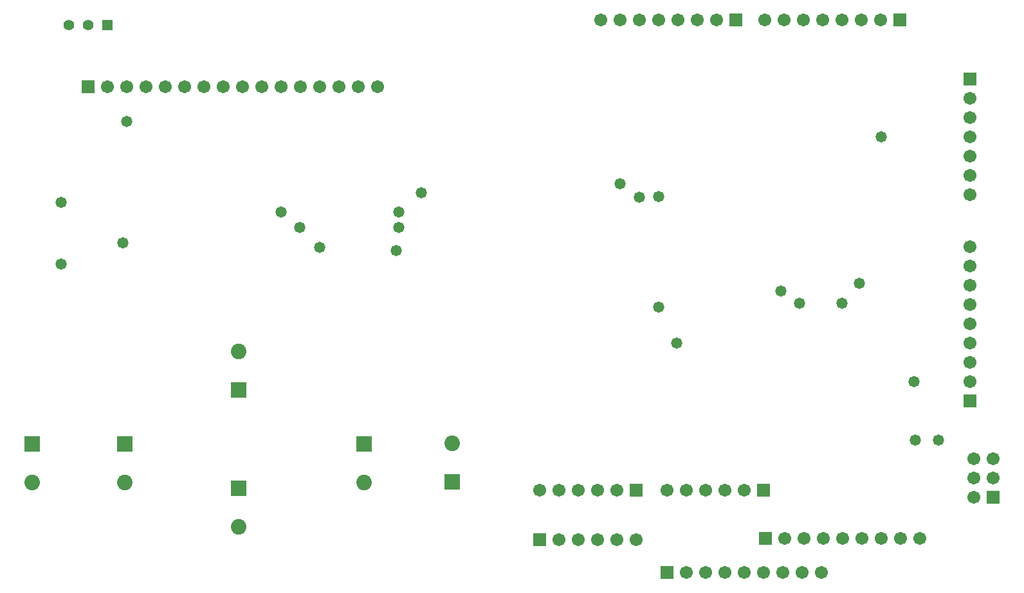
<source format=gbs>
G04*
G04 #@! TF.GenerationSoftware,Altium Limited,Altium Designer,21.0.9 (235)*
G04*
G04 Layer_Color=16711935*
%FSLAX44Y44*%
%MOMM*%
G71*
G04*
G04 #@! TF.SameCoordinates,23A475E3-534D-4AA9-8CFC-B78DB4E5A132*
G04*
G04*
G04 #@! TF.FilePolarity,Negative*
G04*
G01*
G75*
%ADD20C,1.7032*%
%ADD21R,1.7032X1.7032*%
%ADD22R,1.7032X1.7032*%
%ADD23C,2.0532*%
%ADD24R,2.0532X2.0532*%
%ADD25C,1.4032*%
%ADD26R,1.4032X1.4032*%
%ADD27C,1.4732*%
D20*
X1004570Y190500D02*
D03*
X1182370D02*
D03*
X1156970D02*
D03*
X1131570D02*
D03*
X1106170D02*
D03*
X1080770D02*
D03*
X1055370D02*
D03*
X1029970D02*
D03*
X598170Y830580D02*
D03*
X572770D02*
D03*
X547370D02*
D03*
X521970D02*
D03*
X496570D02*
D03*
X471170D02*
D03*
X445770D02*
D03*
X420370D02*
D03*
X394970D02*
D03*
X369570D02*
D03*
X344170D02*
D03*
X318770D02*
D03*
X293370D02*
D03*
X267970D02*
D03*
X242570D02*
D03*
X979170Y298450D02*
D03*
X1004570D02*
D03*
X1029970D02*
D03*
X1055370D02*
D03*
X1080770D02*
D03*
X1134110Y234950D02*
D03*
X1311910D02*
D03*
X1286510D02*
D03*
X1261110D02*
D03*
X1235710D02*
D03*
X1210310D02*
D03*
X1184910D02*
D03*
X1159510D02*
D03*
X1377950Y441960D02*
D03*
Y619760D02*
D03*
Y594360D02*
D03*
Y568960D02*
D03*
Y543560D02*
D03*
Y518160D02*
D03*
Y492760D02*
D03*
Y467360D02*
D03*
X891540Y918210D02*
D03*
X916940D02*
D03*
X942340D02*
D03*
X967740D02*
D03*
X993140D02*
D03*
X1018540D02*
D03*
X1043940D02*
D03*
X1107440D02*
D03*
X1132840D02*
D03*
X1158240D02*
D03*
X1183640D02*
D03*
X1209040D02*
D03*
X1234440D02*
D03*
X1259840D02*
D03*
X1377950Y789940D02*
D03*
Y815340D02*
D03*
Y764540D02*
D03*
Y739140D02*
D03*
Y713740D02*
D03*
Y688340D02*
D03*
X1383030Y340360D02*
D03*
X1408430D02*
D03*
X1383030Y314960D02*
D03*
X1408430D02*
D03*
X1383030Y289560D02*
D03*
X938530Y233680D02*
D03*
X913130D02*
D03*
X887730D02*
D03*
X862330D02*
D03*
X836930D02*
D03*
X811530Y298450D02*
D03*
X836930D02*
D03*
X862330D02*
D03*
X887730D02*
D03*
X913130D02*
D03*
D21*
X979170Y190500D02*
D03*
X217170Y830580D02*
D03*
X1106170Y298450D02*
D03*
X1108710Y234950D02*
D03*
X1069340Y918210D02*
D03*
X1285240D02*
D03*
X811530Y233680D02*
D03*
X938530Y298450D02*
D03*
D22*
X1377950Y416560D02*
D03*
Y840740D02*
D03*
X1408430Y289560D02*
D03*
D23*
X143510Y308610D02*
D03*
X695960Y360680D02*
D03*
X265430Y308610D02*
D03*
X580390D02*
D03*
X415290Y481330D02*
D03*
Y250190D02*
D03*
D24*
X143510Y359410D02*
D03*
X695960Y309880D02*
D03*
X265430Y359410D02*
D03*
X580390D02*
D03*
X415290Y430530D02*
D03*
Y300990D02*
D03*
D25*
X191770Y911860D02*
D03*
X217170D02*
D03*
D26*
X242570D02*
D03*
D27*
X1129030Y561340D02*
D03*
X1261110Y764540D02*
D03*
X1336040Y364490D02*
D03*
X1305560D02*
D03*
X1304290Y441960D02*
D03*
X1231900Y571500D02*
D03*
X1153160Y544830D02*
D03*
X1209040D02*
D03*
X495300Y645160D02*
D03*
X916940Y702310D02*
D03*
X622300Y614680D02*
D03*
X967740Y685800D02*
D03*
X942340Y684530D02*
D03*
X967740Y539750D02*
D03*
X991870Y492760D02*
D03*
X626110Y665480D02*
D03*
X655320Y690880D02*
D03*
X626110Y645160D02*
D03*
X267970Y784860D02*
D03*
X262890Y624840D02*
D03*
X181610Y596900D02*
D03*
Y678180D02*
D03*
X471170Y665480D02*
D03*
X521970Y830580D02*
D03*
Y618490D02*
D03*
M02*

</source>
